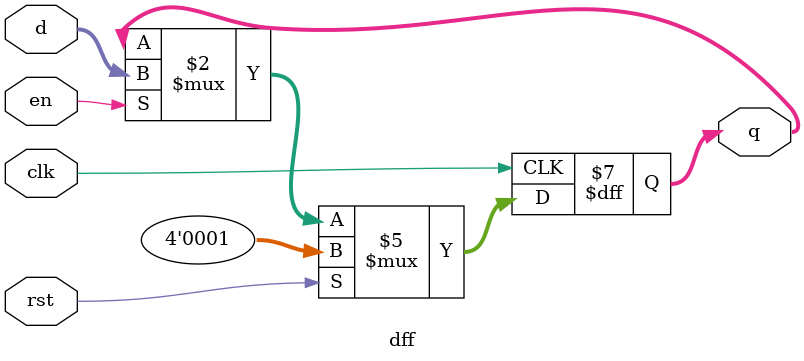
<source format=v>
`timescale 1ns / 1ps  // Ö¸¶¨·ÂÕæµÄÊ±¼äµ¥Î»Îª1ÄÉÃë£¬Ê±¼ä¾«¶ÈÎª1Æ¤Ãë¡£

module dff(
    output reg [3:0] q,  // Êä³ö¶Ë¿Úq£¬4Î»¼Ä´æÆ÷£¬´æ´¢´¥·¢Æ÷µÄµ±Ç°×´Ì¬
    input [3:0] d,       // ÊäÈë¶Ë¿Úd£¬4Î»£¬ÓÃÓÚÉèÖÃ´¥·¢Æ÷µÄÄ¿±ê×´Ì¬
    input clk,           // ÊäÈëÊ±ÖÓÐÅºÅclk£¬ÓÃÓÚÍ¬²½×´Ì¬¸üÐÂ
    input rst,           // ÊäÈë¸´Î»ÐÅºÅrst£¬ÓÃÓÚÖØÖÃ´¥·¢Æ÷×´Ì¬µ½³õÊ¼Öµ
    input en             // ÊäÈëÊ¹ÄÜÐÅºÅen£¬¿ØÖÆÊÇ·ñ¸üÐÂ´¥·¢Æ÷µÄ×´Ì¬
);

// ÃèÊö´¥·¢Æ÷µÄÐÐÎª£¬always¿éÔÚÊ±ÖÓÐÅºÅclkµÄÉÏÉýÑØ´¥·¢
always @(posedge clk) begin
    if (rst) 
        q <= 4'b0001;       // Èç¹û¸´Î»ÐÅºÅ¼¤»î£¬Ôò½«Êä³öqÖØÖÃÎª0001
    else if (en) 
        q <= d;             // Èç¹ûÊ¹ÄÜÐÅºÅ¼¤»î£¬½«ÊäÈëdµÄÖµ¸³¸øÊä³öq
end

endmodule

</source>
